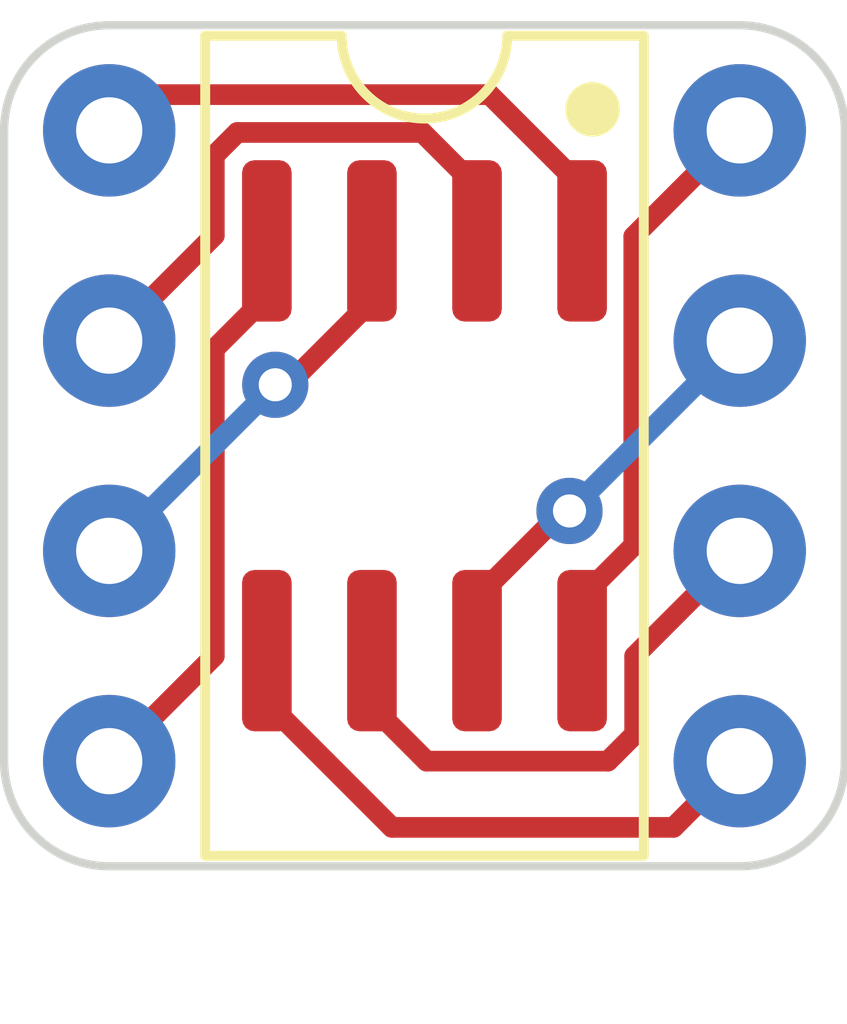
<source format=kicad_pcb>
(kicad_pcb (version 20211014) (generator pcbnew)
  (layers (0 "F.Cu" signal) (31 "B.Cu" signal) (34 "B.Paste" user) (35 "F.Paste" user) (36 "B.SilkS" user "B.Silkscreen") (37 "F.SilkS" user "F.Silkscreen") (38 "B.Mask" user) (39 "F.Mask" user) (44 "Edge.Cuts" user))
  (net 0 "")
  (net 1 "Net-(J1-Pad1)")
  (net 2 "Net-(J1-Pad2)")
  (net 3 "Net-(J1-Pad3)")
  (net 4 "Net-(J1-Pad4)")
  (net 5 "Net-(J1-Pad5)")
  (net 6 "Net-(J1-Pad6)")
  (net 7 "Net-(J1-Pad7)")
  (net 8 "Net-(J1-Pad8)")
  (footprint "Package_DIP:DIP-8_W7.62mm" (layer "F.Cu") (at 106.68 88.9)
    (fp_text reference "J1" hide)
    (fp_text value "Conn_01x08")
    (fp_line (start 1.16 -1.143) (end 1.16 8.763) (layer "F.SilkS") (width 0.12))
    (fp_line (start 6.46 -1.143) (end 4.81 -1.143) (layer "F.SilkS") (width 0.12))
    (fp_line (start 1.16 8.763) (end 6.46 8.763) (layer "F.SilkS") (width 0.12))
    (fp_line (start 6.46 8.763) (end 6.46 -1.143) (layer "F.SilkS") (width 0.12))
    (fp_line (start 2.81 -1.143) (end 1.16 -1.143) (layer "F.SilkS") (width 0.12))
    (fp_arc (start 4.81 -1.143) (mid 3.81 -0.143) (end 2.81 -1.143) (layer "F.SilkS") (width 0.12))
    (pad "1" thru_hole circle (at 0 0) (size 1.6 1.6) (drill 0.8) (layers *.Cu *.Mask) (net 1 "Net-(J1-Pad1)"))
    (pad "2" thru_hole oval (at 0 2.54) (size 1.6 1.6) (drill 0.8) (layers *.Cu *.Mask) (net 2 "Net-(J1-Pad2)"))
    (pad "3" thru_hole oval (at 0 5.08) (size 1.6 1.6) (drill 0.8) (layers *.Cu *.Mask) (net 3 "Net-(J1-Pad3)"))
    (pad "4" thru_hole oval (at 0 7.62) (size 1.6 1.6) (drill 0.8) (layers *.Cu *.Mask) (net 4 "Net-(J1-Pad4)"))
    (pad "5" thru_hole oval (at 7.62 7.62) (size 1.6 1.6) (drill 0.8) (layers *.Cu *.Mask) (net 5 "Net-(J1-Pad5)"))
    (pad "6" thru_hole oval (at 7.62 5.08) (size 1.6 1.6) (drill 0.8) (layers *.Cu *.Mask) (net 6 "Net-(J1-Pad6)"))
    (pad "7" thru_hole oval (at 7.62 2.54) (size 1.6 1.6) (drill 0.8) (layers *.Cu *.Mask) (net 7 "Net-(J1-Pad7)"))
    (pad "8" thru_hole oval (at 7.62 0) (size 1.6 1.6) (drill 0.8) (layers *.Cu *.Mask) (net 8 "Net-(J1-Pad8)"))
  )
  (footprint "Package_SO:SOIC-8_3.9x4.9mm_P1.27mm" (layer "F.Cu") (at 110.49 92.71 -90)
    (fp_text reference "J2" hide)
    (fp_text value "Conn_01x08")
    (pad "1" smd roundrect (at -2.475 -1.905 270) (size 1.95 0.6) (layers "F.Cu" "F.Paste" "F.Mask") (net 1 "Net-(J1-Pad1)"))
    (pad "2" smd roundrect (at -2.475 -0.635 270) (size 1.95 0.6) (layers "F.Cu" "F.Paste" "F.Mask") (net 2 "Net-(J1-Pad2)"))
    (pad "3" smd roundrect (at -2.475 0.635 270) (size 1.95 0.6) (layers "F.Cu" "F.Paste" "F.Mask") (net 3 "Net-(J1-Pad3)"))
    (pad "4" smd roundrect (at -2.475 1.905 270) (size 1.95 0.6) (layers "F.Cu" "F.Paste" "F.Mask") (net 4 "Net-(J1-Pad4)"))
    (pad "5" smd roundrect (at 2.475 1.905 270) (size 1.95 0.6) (layers "F.Cu" "F.Paste" "F.Mask") (net 5 "Net-(J1-Pad5)"))
    (pad "6" smd roundrect (at 2.475 0.635 270) (size 1.95 0.6) (layers "F.Cu" "F.Paste" "F.Mask") (net 6 "Net-(J1-Pad6)"))
    (pad "7" smd roundrect (at 2.475 -0.635 270) (size 1.95 0.6) (layers "F.Cu" "F.Paste" "F.Mask") (net 7 "Net-(J1-Pad7)"))
    (pad "8" smd roundrect (at 2.475 -1.905 270) (size 1.95 0.6) (layers "F.Cu" "F.Paste" "F.Mask") (net 8 "Net-(J1-Pad8)"))
  )
  (gr_circle (center 112.522 88.646) (end 112.776 88.646) (layer "F.SilkS") (width 0.15) (fill solid))
  (gr_line (start 114.3 97.79) (end 106.68 97.79) (layer "Edge.Cuts") (width 0.1))
  (gr_line (start 106.68 87.63) (end 114.3 87.63) (layer "Edge.Cuts") (width 0.1))
  (gr_arc (start 105.41 88.9) (mid 105.781974 88.001974) (end 106.68 87.63) (layer "Edge.Cuts") (width 0.1))
  (gr_line (start 105.41 96.52) (end 105.41 88.9) (layer "Edge.Cuts") (width 0.1))
  (gr_arc (start 115.57 96.52) (mid 115.198026 97.418026) (end 114.3 97.79) (layer "Edge.Cuts") (width 0.1))
  (gr_line (start 115.57 88.9) (end 115.57 96.52) (layer "Edge.Cuts") (width 0.1))
  (gr_arc (start 114.3 87.63) (mid 115.198026 88.001974) (end 115.57 88.9) (layer "Edge.Cuts") (width 0.1))
  (gr_arc (start 106.68 97.79) (mid 105.781974 97.418026) (end 105.41 96.52) (layer "Edge.Cuts") (width 0.1))
  (segment (start 111.2774 88.4682) (end 112.395 89.5858) (width 0.25) (layer "F.Cu") (net 1))
  (segment (start 106.68 88.9) (end 107.1118 88.4682) (width 0.25) (layer "F.Cu") (net 1))
  (segment (start 107.1118 88.4682) (end 111.2774 88.4682) (width 0.25) (layer "F.Cu") (net 1))
  (segment (start 112.395 89.5858) (end 112.395 90.235) (width 0.25) (layer "F.Cu") (net 1))
  (segment (start 111.125 89.5858) (end 111.125 90.235) (width 0.25) (layer "F.Cu") (net 2))
  (segment (start 110.4642 88.925) (end 111.125 89.5858) (width 0.25) (layer "F.Cu") (net 2))
  (segment (start 107.95 90.17) (end 107.95 89.203249) (width 0.25) (layer "F.Cu") (net 2))
  (segment (start 106.68 91.44) (end 107.95 90.17) (width 0.25) (layer "F.Cu") (net 2))
  (segment (start 107.95 89.203249) (end 108.228249 88.925) (width 0.25) (layer "F.Cu") (net 2))
  (segment (start 108.228249 88.925) (end 110.4642 88.925) (width 0.25) (layer "F.Cu") (net 2))
  (segment (start 108.839 91.9734) (end 108.6866 91.9734) (width 0.25) (layer "F.Cu") (net 3))
  (segment (start 109.855 90.9574) (end 108.839 91.9734) (width 0.25) (layer "F.Cu") (net 3))
  (segment (start 109.855 90.235) (end 109.855 90.9574) (width 0.25) (layer "F.Cu") (net 3))
  (via (at 108.6866 91.9734) (size 0.8) (drill 0.4) (layers "F.Cu" "B.Cu") (net 3))
  (segment (start 106.68 93.98) (end 108.6866 91.9734) (width 0.25) (layer "B.Cu") (net 3))
  (segment (start 107.95 95.25) (end 107.95 91.5416) (width 0.25) (layer "F.Cu") (net 4))
  (segment (start 107.95 91.5416) (end 108.585 90.9066) (width 0.25) (layer "F.Cu") (net 4))
  (segment (start 108.585 90.9066) (end 108.585 90.235) (width 0.25) (layer "F.Cu") (net 4))
  (segment (start 106.68 96.52) (end 107.95 95.25) (width 0.25) (layer "F.Cu") (net 4))
  (segment (start 108.585 95.8088) (end 108.585 95.185) (width 0.25) (layer "F.Cu") (net 5))
  (segment (start 114.3 96.52) (end 113.500001 97.319999) (width 0.25) (layer "F.Cu") (net 5))
  (segment (start 110.096199 97.319999) (end 108.585 95.8088) (width 0.25) (layer "F.Cu") (net 5))
  (segment (start 113.500001 97.319999) (end 110.096199 97.319999) (width 0.25) (layer "F.Cu") (net 5))
  (segment (start 109.855 95.8596) (end 110.5154 96.52) (width 0.25) (layer "F.Cu") (net 6))
  (segment (start 113.03 95.25) (end 114.3 93.98) (width 0.25) (layer "F.Cu") (net 6))
  (segment (start 113.03 96.196751) (end 113.03 95.25) (width 0.25) (layer "F.Cu") (net 6))
  (segment (start 112.706751 96.52) (end 113.03 96.196751) (width 0.25) (layer "F.Cu") (net 6))
  (segment (start 109.855 95.185) (end 109.855 95.8596) (width 0.25) (layer "F.Cu") (net 6))
  (segment (start 110.5154 96.52) (end 112.706751 96.52) (width 0.25) (layer "F.Cu") (net 6))
  (segment (start 112.1664 93.4974) (end 112.2426 93.4974) (width 0.25) (layer "F.Cu") (net 7))
  (segment (start 111.125 95.185) (end 111.125 94.5388) (width 0.25) (layer "F.Cu") (net 7))
  (segment (start 111.125 94.5388) (end 112.1664 93.4974) (width 0.25) (layer "F.Cu") (net 7))
  (via (at 112.2426 93.4974) (size 0.8) (drill 0.4) (layers "F.Cu" "B.Cu") (net 7))
  (segment (start 114.3 91.44) (end 112.2426 93.4974) (width 0.25) (layer "B.Cu") (net 7))
  (segment (start 114.3 88.9) (end 113.01952 90.18048) (width 0.25) (layer "F.Cu") (net 8))
  (segment (start 113.01952 93.91428) (end 112.395 94.5388) (width 0.25) (layer "F.Cu") (net 8))
  (segment (start 112.395 94.5388) (end 112.395 95.185) (width 0.25) (layer "F.Cu") (net 8))
  (segment (start 113.01952 90.18048) (end 113.01952 93.91428) (width 0.25) (layer "F.Cu") (net 8))
)
</source>
